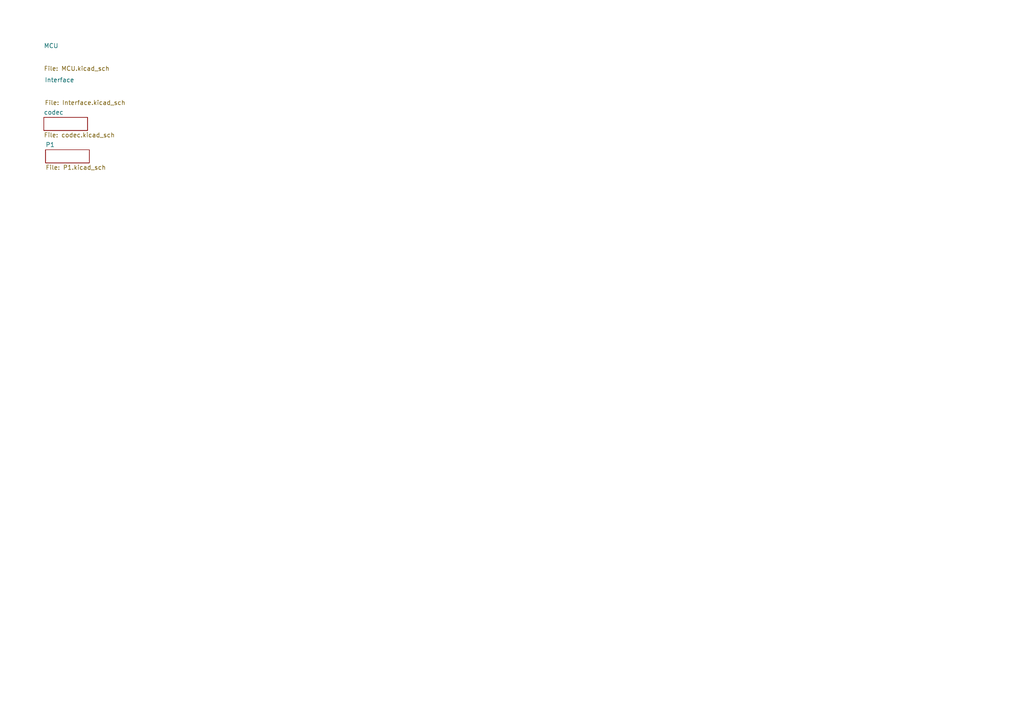
<source format=kicad_sch>
(kicad_sch
	(version 20250114)
	(generator "eeschema")
	(generator_version "9.0")
	(uuid "cbd96126-2c6b-41c3-991f-657fa8ab5ecf")
	(paper "A4")
	(title_block
		(title "Overview")
	)
	(lib_symbols)
	(sheet
		(at 12.954 24.638)
		(size 12.7 3.81)
		(exclude_from_sim no)
		(in_bom yes)
		(on_board yes)
		(dnp no)
		(fields_autoplaced yes)
		(stroke
			(width 0.1524)
			(type solid)
			(color 255 255 255 1)
		)
		(fill
			(color 0 0 0 0.0000)
		)
		(uuid "60a4adbf-c0f1-4043-b5b5-63ad3175788c")
		(property "Sheetname" "Interface"
			(at 12.954 23.9264 0)
			(effects
				(font
					(size 1.27 1.27)
				)
				(justify left bottom)
			)
		)
		(property "Sheetfile" "Interface.kicad_sch"
			(at 12.954 29.0326 0)
			(effects
				(font
					(size 1.27 1.27)
				)
				(justify left top)
			)
		)
		(instances
			(project "EchoEarCopyProj"
				(path "/cbd96126-2c6b-41c3-991f-657fa8ab5ecf"
					(page "3")
				)
			)
		)
	)
	(sheet
		(at 13.208 43.434)
		(size 12.7 3.81)
		(exclude_from_sim no)
		(in_bom yes)
		(on_board yes)
		(dnp no)
		(fields_autoplaced yes)
		(stroke
			(width 0.1524)
			(type solid)
		)
		(fill
			(color 0 0 0 0.0000)
		)
		(uuid "6edb921d-9785-47ba-9c6c-c6db5b733e24")
		(property "Sheetname" "P1"
			(at 13.208 42.7224 0)
			(effects
				(font
					(size 1.27 1.27)
				)
				(justify left bottom)
			)
		)
		(property "Sheetfile" "P1.kicad_sch"
			(at 13.208 47.8286 0)
			(effects
				(font
					(size 1.27 1.27)
				)
				(justify left top)
			)
		)
		(instances
			(project "EchoEarCopyProj"
				(path "/cbd96126-2c6b-41c3-991f-657fa8ab5ecf"
					(page "5")
				)
			)
		)
	)
	(sheet
		(at 12.7 14.732)
		(size 12.7 3.81)
		(exclude_from_sim no)
		(in_bom yes)
		(on_board yes)
		(dnp no)
		(fields_autoplaced yes)
		(stroke
			(width 0.1524)
			(type solid)
			(color 255 255 255 1)
		)
		(fill
			(color 0 0 0 0.0000)
		)
		(uuid "744180c9-1053-4012-ae45-7456444db5f3")
		(property "Sheetname" "MCU"
			(at 12.7 14.0204 0)
			(effects
				(font
					(size 1.27 1.27)
				)
				(justify left bottom)
			)
		)
		(property "Sheetfile" "MCU.kicad_sch"
			(at 12.7 19.1266 0)
			(effects
				(font
					(size 1.27 1.27)
				)
				(justify left top)
			)
		)
		(instances
			(project "EchoEarCopyProj"
				(path "/cbd96126-2c6b-41c3-991f-657fa8ab5ecf"
					(page "2")
				)
			)
		)
	)
	(sheet
		(at 12.7 34.036)
		(size 12.7 3.81)
		(exclude_from_sim no)
		(in_bom yes)
		(on_board yes)
		(dnp no)
		(fields_autoplaced yes)
		(stroke
			(width 0.1524)
			(type solid)
		)
		(fill
			(color 0 0 0 0.0000)
		)
		(uuid "c0e2d0bf-f80d-4c6d-8169-cc1c624585f0")
		(property "Sheetname" "codec"
			(at 12.7 33.3244 0)
			(effects
				(font
					(size 1.27 1.27)
				)
				(justify left bottom)
			)
		)
		(property "Sheetfile" "codec.kicad_sch"
			(at 12.7 38.4306 0)
			(effects
				(font
					(size 1.27 1.27)
				)
				(justify left top)
			)
		)
		(instances
			(project "EchoEarCopyProj"
				(path "/cbd96126-2c6b-41c3-991f-657fa8ab5ecf"
					(page "4")
				)
			)
		)
	)
	(sheet_instances
		(path "/"
			(page "1")
		)
	)
	(embedded_fonts no)
)

</source>
